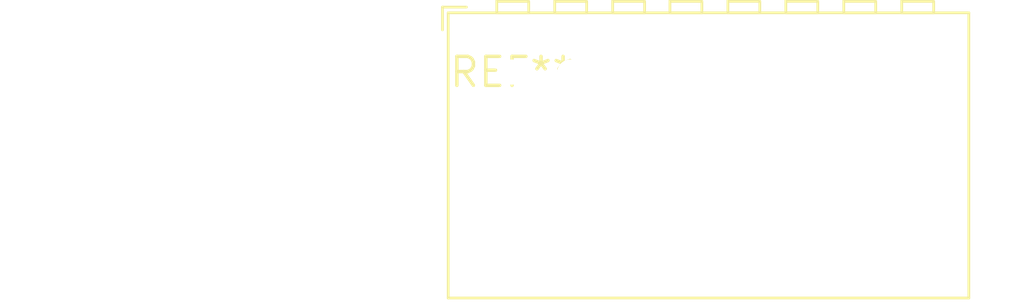
<source format=kicad_pcb>
(kicad_pcb (version 20240108) (generator pcbnew)
  (layers (0 "F.Cu" signal) (31 "B.Cu" signal) (34 "B.Paste" user) (35 "F.Paste" user) (36 "B.SilkS" user "B.Silkscreen") (37 "F.SilkS" user "F.Silkscreen") (38 "B.Mask" user) (39 "F.Mask" user) (44 "Edge.Cuts" user))
  (net 0 "")
  (footprint "TerminalBlock_WAGO_233-508_2x08_P2.54mm" (layer "F.Cu") (at 0 0)
    (property "Reference" "REF**")
    (property "Value" "TerminalBlock_WAGO_233-508_2x08_P2.54mm")
    (fp_line (start -3.05 -2.85) (end -3.05 -1.85) (layer "F.SilkS") (stroke (width 0.12)))
    (fp_line (start -3.05 -2.85) (end -2 -2.85) (layer "F.SilkS") (stroke (width 0.12)))
    (fp_line (start -2.8 -2.6) (end 20.02 -2.6) (layer "F.SilkS") (stroke (width 0.12)))
    (fp_line (start -2.8 9.9) (end -2.8 -2.6) (layer "F.SilkS") (stroke (width 0.12)))
    (fp_line (start 20.02 -2.6) (end 20.02 9.9) (layer "F.SilkS") (stroke (width 0.12)))
    (fp_line (start 20.02 9.9) (end -2.8 9.9) (layer "F.SilkS") (stroke (width 0.12)))
    (fp_rect (start -0.67 -3.1) (end 0.73 -2.6) (layer "F.SilkS") (stroke (width 0.12)) (fill none))
    (fp_rect (start 1.87 -3.1) (end 3.27 -2.6) (layer "F.SilkS") (stroke (width 0.12)) (fill none))
    (fp_rect (start 4.41 -3.1) (end 5.81 -2.6) (layer "F.SilkS") (stroke (width 0.12)) (fill none))
    (fp_rect (start 6.92 -3.1) (end 8.32 -2.6) (layer "F.SilkS") (stroke (width 0.12)) (fill none))
    (fp_rect (start 9.46 -3.100919) (end 10.86 -2.600919) (layer "F.SilkS") (stroke (width 0.12)) (fill none))
    (fp_rect (start 12 -3.100564) (end 13.4 -2.600564) (layer "F.SilkS") (stroke (width 0.12)) (fill none))
    (fp_rect (start 14.54 -3.1) (end 15.94 -2.6) (layer "F.SilkS") (stroke (width 0.12)) (fill none))
    (fp_rect (start 17.08 -3.1) (end 18.48 -2.6) (layer "F.SilkS") (stroke (width 0.12)) (fill none))
    (pad "1" thru_hole roundrect (at 0 0) (size 1.8 3.2) (drill 1.1) (layers *.Cu *.Mask) (remove_unused_layers) (roundrect_rratio 0.1388888889))
    (pad "1" thru_hole roundrect (at 0 5) (size 1.8 3.2) (drill 1.1) (layers *.Cu *.Mask) (remove_unused_layers) (roundrect_rratio 0.1388888889))
    (pad "2" thru_hole oval (at 2.54 0) (size 1.8 3.2) (drill 1.1) (layers *.Cu *.Mask) (remove_unused_layers))
    (pad "2" thru_hole oval (at 2.54 5) (size 1.8 3.2) (drill 1.1) (layers *.Cu *.Mask) (remove_unused_layers))
    (pad "3" thru_hole oval (at 5.08 0) (size 1.8 3.2) (drill 1.1) (layers *.Cu *.Mask) (remove_unused_layers))
    (pad "3" thru_hole oval (at 5.08 5) (size 1.8 3.2) (drill 1.1) (layers *.Cu *.Mask) (remove_unused_layers))
    (pad "4" thru_hole oval (at 7.62 0) (size 1.8 3.2) (drill 1.1) (layers *.Cu *.Mask) (remove_unused_layers))
    (pad "4" thru_hole oval (at 7.62 5) (size 1.8 3.2) (drill 1.1) (layers *.Cu *.Mask) (remove_unused_layers))
    (pad "5" thru_hole oval (at 10.16 0) (size 1.8 3.2) (drill 1.1) (layers *.Cu *.Mask) (remove_unused_layers))
    (pad "5" thru_hole oval (at 10.16 5) (size 1.8 3.2) (drill 1.1) (layers *.Cu *.Mask) (remove_unused_layers))
    (pad "6" thru_hole oval (at 12.7 0) (size 1.8 3.2) (drill 1.1) (layers *.Cu *.Mask) (remove_unused_layers))
    (pad "6" thru_hole oval (at 12.7 5) (size 1.8 3.2) (drill 1.1) (layers *.Cu *.Mask) (remove_unused_layers))
    (pad "7" thru_hole oval (at 15.24 0) (size 1.8 3.2) (drill 1.1) (layers *.Cu *.Mask) (remove_unused_layers))
    (pad "7" thru_hole oval (at 15.24 5) (size 1.8 3.2) (drill 1.1) (layers *.Cu *.Mask) (remove_unused_layers))
    (pad "8" thru_hole oval (at 17.78 0) (size 1.8 3.2) (drill 1.1) (layers *.Cu *.Mask) (remove_unused_layers))
    (pad "8" thru_hole oval (at 17.78 5) (size 1.8 3.2) (drill 1.1) (layers *.Cu *.Mask) (remove_unused_layers))
  )
)
</source>
